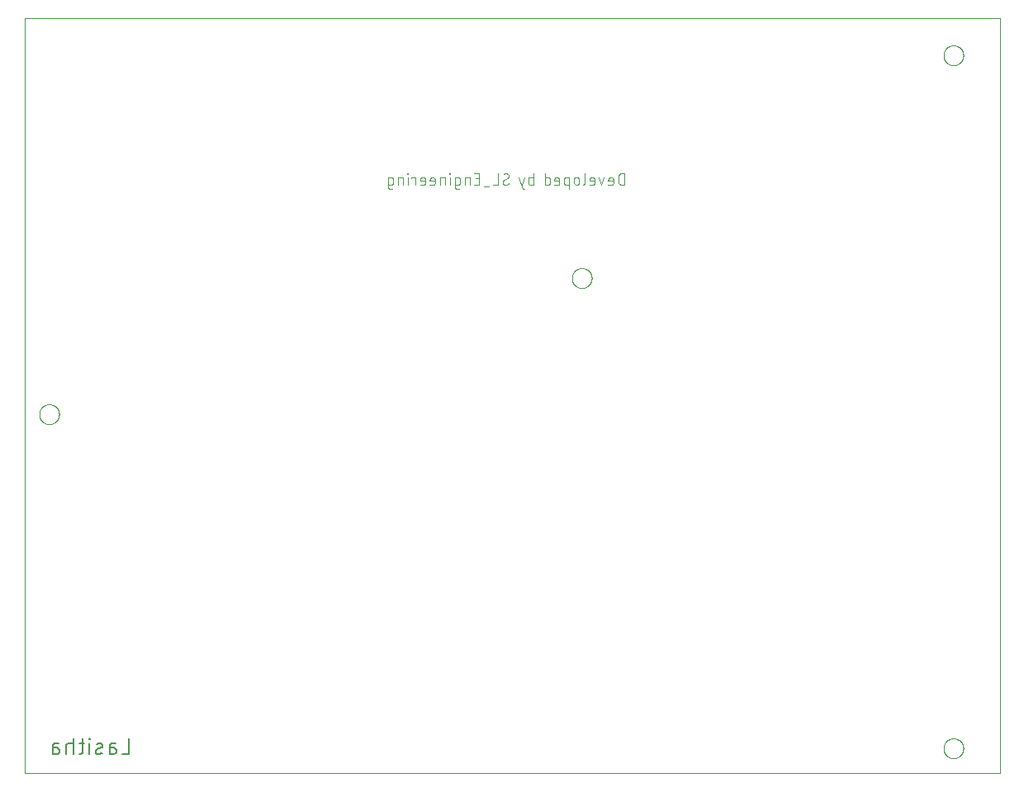
<source format=gbo>
G04 EAGLE Gerber X2 export*
G75*
%MOMM*%
%FSLAX34Y34*%
%LPD*%
%AMOC8*
5,1,8,0,0,1.08239X$1,22.5*%
G01*
%ADD10C,0.000000*%
%ADD11C,0.101600*%
%ADD12C,0.152400*%


D10*
X0Y0D02*
X1000000Y0D01*
X1000000Y774600D01*
X0Y774600D01*
X0Y0D01*
X942340Y736600D02*
X942343Y736849D01*
X942352Y737099D01*
X942368Y737347D01*
X942389Y737596D01*
X942416Y737844D01*
X942450Y738091D01*
X942490Y738337D01*
X942535Y738582D01*
X942587Y738826D01*
X942644Y739069D01*
X942708Y739310D01*
X942777Y739549D01*
X942853Y739787D01*
X942934Y740023D01*
X943021Y740257D01*
X943113Y740488D01*
X943212Y740717D01*
X943315Y740944D01*
X943425Y741168D01*
X943540Y741389D01*
X943660Y741608D01*
X943785Y741823D01*
X943916Y742036D01*
X944052Y742245D01*
X944193Y742450D01*
X944339Y742652D01*
X944490Y742851D01*
X944646Y743045D01*
X944807Y743236D01*
X944972Y743423D01*
X945142Y743606D01*
X945316Y743784D01*
X945494Y743958D01*
X945677Y744128D01*
X945864Y744293D01*
X946055Y744454D01*
X946249Y744610D01*
X946448Y744761D01*
X946650Y744907D01*
X946855Y745048D01*
X947064Y745184D01*
X947277Y745315D01*
X947492Y745440D01*
X947711Y745560D01*
X947932Y745675D01*
X948156Y745785D01*
X948383Y745888D01*
X948612Y745987D01*
X948843Y746079D01*
X949077Y746166D01*
X949313Y746247D01*
X949551Y746323D01*
X949790Y746392D01*
X950031Y746456D01*
X950274Y746513D01*
X950518Y746565D01*
X950763Y746610D01*
X951009Y746650D01*
X951256Y746684D01*
X951504Y746711D01*
X951753Y746732D01*
X952001Y746748D01*
X952251Y746757D01*
X952500Y746760D01*
X952749Y746757D01*
X952999Y746748D01*
X953247Y746732D01*
X953496Y746711D01*
X953744Y746684D01*
X953991Y746650D01*
X954237Y746610D01*
X954482Y746565D01*
X954726Y746513D01*
X954969Y746456D01*
X955210Y746392D01*
X955449Y746323D01*
X955687Y746247D01*
X955923Y746166D01*
X956157Y746079D01*
X956388Y745987D01*
X956617Y745888D01*
X956844Y745785D01*
X957068Y745675D01*
X957289Y745560D01*
X957508Y745440D01*
X957723Y745315D01*
X957936Y745184D01*
X958145Y745048D01*
X958350Y744907D01*
X958552Y744761D01*
X958751Y744610D01*
X958945Y744454D01*
X959136Y744293D01*
X959323Y744128D01*
X959506Y743958D01*
X959684Y743784D01*
X959858Y743606D01*
X960028Y743423D01*
X960193Y743236D01*
X960354Y743045D01*
X960510Y742851D01*
X960661Y742652D01*
X960807Y742450D01*
X960948Y742245D01*
X961084Y742036D01*
X961215Y741823D01*
X961340Y741608D01*
X961460Y741389D01*
X961575Y741168D01*
X961685Y740944D01*
X961788Y740717D01*
X961887Y740488D01*
X961979Y740257D01*
X962066Y740023D01*
X962147Y739787D01*
X962223Y739549D01*
X962292Y739310D01*
X962356Y739069D01*
X962413Y738826D01*
X962465Y738582D01*
X962510Y738337D01*
X962550Y738091D01*
X962584Y737844D01*
X962611Y737596D01*
X962632Y737347D01*
X962648Y737099D01*
X962657Y736849D01*
X962660Y736600D01*
X962657Y736351D01*
X962648Y736101D01*
X962632Y735853D01*
X962611Y735604D01*
X962584Y735356D01*
X962550Y735109D01*
X962510Y734863D01*
X962465Y734618D01*
X962413Y734374D01*
X962356Y734131D01*
X962292Y733890D01*
X962223Y733651D01*
X962147Y733413D01*
X962066Y733177D01*
X961979Y732943D01*
X961887Y732712D01*
X961788Y732483D01*
X961685Y732256D01*
X961575Y732032D01*
X961460Y731811D01*
X961340Y731592D01*
X961215Y731377D01*
X961084Y731164D01*
X960948Y730955D01*
X960807Y730750D01*
X960661Y730548D01*
X960510Y730349D01*
X960354Y730155D01*
X960193Y729964D01*
X960028Y729777D01*
X959858Y729594D01*
X959684Y729416D01*
X959506Y729242D01*
X959323Y729072D01*
X959136Y728907D01*
X958945Y728746D01*
X958751Y728590D01*
X958552Y728439D01*
X958350Y728293D01*
X958145Y728152D01*
X957936Y728016D01*
X957723Y727885D01*
X957508Y727760D01*
X957289Y727640D01*
X957068Y727525D01*
X956844Y727415D01*
X956617Y727312D01*
X956388Y727213D01*
X956157Y727121D01*
X955923Y727034D01*
X955687Y726953D01*
X955449Y726877D01*
X955210Y726808D01*
X954969Y726744D01*
X954726Y726687D01*
X954482Y726635D01*
X954237Y726590D01*
X953991Y726550D01*
X953744Y726516D01*
X953496Y726489D01*
X953247Y726468D01*
X952999Y726452D01*
X952749Y726443D01*
X952500Y726440D01*
X952251Y726443D01*
X952001Y726452D01*
X951753Y726468D01*
X951504Y726489D01*
X951256Y726516D01*
X951009Y726550D01*
X950763Y726590D01*
X950518Y726635D01*
X950274Y726687D01*
X950031Y726744D01*
X949790Y726808D01*
X949551Y726877D01*
X949313Y726953D01*
X949077Y727034D01*
X948843Y727121D01*
X948612Y727213D01*
X948383Y727312D01*
X948156Y727415D01*
X947932Y727525D01*
X947711Y727640D01*
X947492Y727760D01*
X947277Y727885D01*
X947064Y728016D01*
X946855Y728152D01*
X946650Y728293D01*
X946448Y728439D01*
X946249Y728590D01*
X946055Y728746D01*
X945864Y728907D01*
X945677Y729072D01*
X945494Y729242D01*
X945316Y729416D01*
X945142Y729594D01*
X944972Y729777D01*
X944807Y729964D01*
X944646Y730155D01*
X944490Y730349D01*
X944339Y730548D01*
X944193Y730750D01*
X944052Y730955D01*
X943916Y731164D01*
X943785Y731377D01*
X943660Y731592D01*
X943540Y731811D01*
X943425Y732032D01*
X943315Y732256D01*
X943212Y732483D01*
X943113Y732712D01*
X943021Y732943D01*
X942934Y733177D01*
X942853Y733413D01*
X942777Y733651D01*
X942708Y733890D01*
X942644Y734131D01*
X942587Y734374D01*
X942535Y734618D01*
X942490Y734863D01*
X942450Y735109D01*
X942416Y735356D01*
X942389Y735604D01*
X942368Y735853D01*
X942352Y736101D01*
X942343Y736351D01*
X942340Y736600D01*
X15240Y368300D02*
X15243Y368549D01*
X15252Y368799D01*
X15268Y369047D01*
X15289Y369296D01*
X15316Y369544D01*
X15350Y369791D01*
X15390Y370037D01*
X15435Y370282D01*
X15487Y370526D01*
X15544Y370769D01*
X15608Y371010D01*
X15677Y371249D01*
X15753Y371487D01*
X15834Y371723D01*
X15921Y371957D01*
X16013Y372188D01*
X16112Y372417D01*
X16215Y372644D01*
X16325Y372868D01*
X16440Y373089D01*
X16560Y373308D01*
X16685Y373523D01*
X16816Y373736D01*
X16952Y373945D01*
X17093Y374150D01*
X17239Y374352D01*
X17390Y374551D01*
X17546Y374745D01*
X17707Y374936D01*
X17872Y375123D01*
X18042Y375306D01*
X18216Y375484D01*
X18394Y375658D01*
X18577Y375828D01*
X18764Y375993D01*
X18955Y376154D01*
X19149Y376310D01*
X19348Y376461D01*
X19550Y376607D01*
X19755Y376748D01*
X19964Y376884D01*
X20177Y377015D01*
X20392Y377140D01*
X20611Y377260D01*
X20832Y377375D01*
X21056Y377485D01*
X21283Y377588D01*
X21512Y377687D01*
X21743Y377779D01*
X21977Y377866D01*
X22213Y377947D01*
X22451Y378023D01*
X22690Y378092D01*
X22931Y378156D01*
X23174Y378213D01*
X23418Y378265D01*
X23663Y378310D01*
X23909Y378350D01*
X24156Y378384D01*
X24404Y378411D01*
X24653Y378432D01*
X24901Y378448D01*
X25151Y378457D01*
X25400Y378460D01*
X25649Y378457D01*
X25899Y378448D01*
X26147Y378432D01*
X26396Y378411D01*
X26644Y378384D01*
X26891Y378350D01*
X27137Y378310D01*
X27382Y378265D01*
X27626Y378213D01*
X27869Y378156D01*
X28110Y378092D01*
X28349Y378023D01*
X28587Y377947D01*
X28823Y377866D01*
X29057Y377779D01*
X29288Y377687D01*
X29517Y377588D01*
X29744Y377485D01*
X29968Y377375D01*
X30189Y377260D01*
X30408Y377140D01*
X30623Y377015D01*
X30836Y376884D01*
X31045Y376748D01*
X31250Y376607D01*
X31452Y376461D01*
X31651Y376310D01*
X31845Y376154D01*
X32036Y375993D01*
X32223Y375828D01*
X32406Y375658D01*
X32584Y375484D01*
X32758Y375306D01*
X32928Y375123D01*
X33093Y374936D01*
X33254Y374745D01*
X33410Y374551D01*
X33561Y374352D01*
X33707Y374150D01*
X33848Y373945D01*
X33984Y373736D01*
X34115Y373523D01*
X34240Y373308D01*
X34360Y373089D01*
X34475Y372868D01*
X34585Y372644D01*
X34688Y372417D01*
X34787Y372188D01*
X34879Y371957D01*
X34966Y371723D01*
X35047Y371487D01*
X35123Y371249D01*
X35192Y371010D01*
X35256Y370769D01*
X35313Y370526D01*
X35365Y370282D01*
X35410Y370037D01*
X35450Y369791D01*
X35484Y369544D01*
X35511Y369296D01*
X35532Y369047D01*
X35548Y368799D01*
X35557Y368549D01*
X35560Y368300D01*
X35557Y368051D01*
X35548Y367801D01*
X35532Y367553D01*
X35511Y367304D01*
X35484Y367056D01*
X35450Y366809D01*
X35410Y366563D01*
X35365Y366318D01*
X35313Y366074D01*
X35256Y365831D01*
X35192Y365590D01*
X35123Y365351D01*
X35047Y365113D01*
X34966Y364877D01*
X34879Y364643D01*
X34787Y364412D01*
X34688Y364183D01*
X34585Y363956D01*
X34475Y363732D01*
X34360Y363511D01*
X34240Y363292D01*
X34115Y363077D01*
X33984Y362864D01*
X33848Y362655D01*
X33707Y362450D01*
X33561Y362248D01*
X33410Y362049D01*
X33254Y361855D01*
X33093Y361664D01*
X32928Y361477D01*
X32758Y361294D01*
X32584Y361116D01*
X32406Y360942D01*
X32223Y360772D01*
X32036Y360607D01*
X31845Y360446D01*
X31651Y360290D01*
X31452Y360139D01*
X31250Y359993D01*
X31045Y359852D01*
X30836Y359716D01*
X30623Y359585D01*
X30408Y359460D01*
X30189Y359340D01*
X29968Y359225D01*
X29744Y359115D01*
X29517Y359012D01*
X29288Y358913D01*
X29057Y358821D01*
X28823Y358734D01*
X28587Y358653D01*
X28349Y358577D01*
X28110Y358508D01*
X27869Y358444D01*
X27626Y358387D01*
X27382Y358335D01*
X27137Y358290D01*
X26891Y358250D01*
X26644Y358216D01*
X26396Y358189D01*
X26147Y358168D01*
X25899Y358152D01*
X25649Y358143D01*
X25400Y358140D01*
X25151Y358143D01*
X24901Y358152D01*
X24653Y358168D01*
X24404Y358189D01*
X24156Y358216D01*
X23909Y358250D01*
X23663Y358290D01*
X23418Y358335D01*
X23174Y358387D01*
X22931Y358444D01*
X22690Y358508D01*
X22451Y358577D01*
X22213Y358653D01*
X21977Y358734D01*
X21743Y358821D01*
X21512Y358913D01*
X21283Y359012D01*
X21056Y359115D01*
X20832Y359225D01*
X20611Y359340D01*
X20392Y359460D01*
X20177Y359585D01*
X19964Y359716D01*
X19755Y359852D01*
X19550Y359993D01*
X19348Y360139D01*
X19149Y360290D01*
X18955Y360446D01*
X18764Y360607D01*
X18577Y360772D01*
X18394Y360942D01*
X18216Y361116D01*
X18042Y361294D01*
X17872Y361477D01*
X17707Y361664D01*
X17546Y361855D01*
X17390Y362049D01*
X17239Y362248D01*
X17093Y362450D01*
X16952Y362655D01*
X16816Y362864D01*
X16685Y363077D01*
X16560Y363292D01*
X16440Y363511D01*
X16325Y363732D01*
X16215Y363956D01*
X16112Y364183D01*
X16013Y364412D01*
X15921Y364643D01*
X15834Y364877D01*
X15753Y365113D01*
X15677Y365351D01*
X15608Y365590D01*
X15544Y365831D01*
X15487Y366074D01*
X15435Y366318D01*
X15390Y366563D01*
X15350Y366809D01*
X15316Y367056D01*
X15289Y367304D01*
X15268Y367553D01*
X15252Y367801D01*
X15243Y368051D01*
X15240Y368300D01*
X942340Y25400D02*
X942343Y25649D01*
X942352Y25899D01*
X942368Y26147D01*
X942389Y26396D01*
X942416Y26644D01*
X942450Y26891D01*
X942490Y27137D01*
X942535Y27382D01*
X942587Y27626D01*
X942644Y27869D01*
X942708Y28110D01*
X942777Y28349D01*
X942853Y28587D01*
X942934Y28823D01*
X943021Y29057D01*
X943113Y29288D01*
X943212Y29517D01*
X943315Y29744D01*
X943425Y29968D01*
X943540Y30189D01*
X943660Y30408D01*
X943785Y30623D01*
X943916Y30836D01*
X944052Y31045D01*
X944193Y31250D01*
X944339Y31452D01*
X944490Y31651D01*
X944646Y31845D01*
X944807Y32036D01*
X944972Y32223D01*
X945142Y32406D01*
X945316Y32584D01*
X945494Y32758D01*
X945677Y32928D01*
X945864Y33093D01*
X946055Y33254D01*
X946249Y33410D01*
X946448Y33561D01*
X946650Y33707D01*
X946855Y33848D01*
X947064Y33984D01*
X947277Y34115D01*
X947492Y34240D01*
X947711Y34360D01*
X947932Y34475D01*
X948156Y34585D01*
X948383Y34688D01*
X948612Y34787D01*
X948843Y34879D01*
X949077Y34966D01*
X949313Y35047D01*
X949551Y35123D01*
X949790Y35192D01*
X950031Y35256D01*
X950274Y35313D01*
X950518Y35365D01*
X950763Y35410D01*
X951009Y35450D01*
X951256Y35484D01*
X951504Y35511D01*
X951753Y35532D01*
X952001Y35548D01*
X952251Y35557D01*
X952500Y35560D01*
X952749Y35557D01*
X952999Y35548D01*
X953247Y35532D01*
X953496Y35511D01*
X953744Y35484D01*
X953991Y35450D01*
X954237Y35410D01*
X954482Y35365D01*
X954726Y35313D01*
X954969Y35256D01*
X955210Y35192D01*
X955449Y35123D01*
X955687Y35047D01*
X955923Y34966D01*
X956157Y34879D01*
X956388Y34787D01*
X956617Y34688D01*
X956844Y34585D01*
X957068Y34475D01*
X957289Y34360D01*
X957508Y34240D01*
X957723Y34115D01*
X957936Y33984D01*
X958145Y33848D01*
X958350Y33707D01*
X958552Y33561D01*
X958751Y33410D01*
X958945Y33254D01*
X959136Y33093D01*
X959323Y32928D01*
X959506Y32758D01*
X959684Y32584D01*
X959858Y32406D01*
X960028Y32223D01*
X960193Y32036D01*
X960354Y31845D01*
X960510Y31651D01*
X960661Y31452D01*
X960807Y31250D01*
X960948Y31045D01*
X961084Y30836D01*
X961215Y30623D01*
X961340Y30408D01*
X961460Y30189D01*
X961575Y29968D01*
X961685Y29744D01*
X961788Y29517D01*
X961887Y29288D01*
X961979Y29057D01*
X962066Y28823D01*
X962147Y28587D01*
X962223Y28349D01*
X962292Y28110D01*
X962356Y27869D01*
X962413Y27626D01*
X962465Y27382D01*
X962510Y27137D01*
X962550Y26891D01*
X962584Y26644D01*
X962611Y26396D01*
X962632Y26147D01*
X962648Y25899D01*
X962657Y25649D01*
X962660Y25400D01*
X962657Y25151D01*
X962648Y24901D01*
X962632Y24653D01*
X962611Y24404D01*
X962584Y24156D01*
X962550Y23909D01*
X962510Y23663D01*
X962465Y23418D01*
X962413Y23174D01*
X962356Y22931D01*
X962292Y22690D01*
X962223Y22451D01*
X962147Y22213D01*
X962066Y21977D01*
X961979Y21743D01*
X961887Y21512D01*
X961788Y21283D01*
X961685Y21056D01*
X961575Y20832D01*
X961460Y20611D01*
X961340Y20392D01*
X961215Y20177D01*
X961084Y19964D01*
X960948Y19755D01*
X960807Y19550D01*
X960661Y19348D01*
X960510Y19149D01*
X960354Y18955D01*
X960193Y18764D01*
X960028Y18577D01*
X959858Y18394D01*
X959684Y18216D01*
X959506Y18042D01*
X959323Y17872D01*
X959136Y17707D01*
X958945Y17546D01*
X958751Y17390D01*
X958552Y17239D01*
X958350Y17093D01*
X958145Y16952D01*
X957936Y16816D01*
X957723Y16685D01*
X957508Y16560D01*
X957289Y16440D01*
X957068Y16325D01*
X956844Y16215D01*
X956617Y16112D01*
X956388Y16013D01*
X956157Y15921D01*
X955923Y15834D01*
X955687Y15753D01*
X955449Y15677D01*
X955210Y15608D01*
X954969Y15544D01*
X954726Y15487D01*
X954482Y15435D01*
X954237Y15390D01*
X953991Y15350D01*
X953744Y15316D01*
X953496Y15289D01*
X953247Y15268D01*
X952999Y15252D01*
X952749Y15243D01*
X952500Y15240D01*
X952251Y15243D01*
X952001Y15252D01*
X951753Y15268D01*
X951504Y15289D01*
X951256Y15316D01*
X951009Y15350D01*
X950763Y15390D01*
X950518Y15435D01*
X950274Y15487D01*
X950031Y15544D01*
X949790Y15608D01*
X949551Y15677D01*
X949313Y15753D01*
X949077Y15834D01*
X948843Y15921D01*
X948612Y16013D01*
X948383Y16112D01*
X948156Y16215D01*
X947932Y16325D01*
X947711Y16440D01*
X947492Y16560D01*
X947277Y16685D01*
X947064Y16816D01*
X946855Y16952D01*
X946650Y17093D01*
X946448Y17239D01*
X946249Y17390D01*
X946055Y17546D01*
X945864Y17707D01*
X945677Y17872D01*
X945494Y18042D01*
X945316Y18216D01*
X945142Y18394D01*
X944972Y18577D01*
X944807Y18764D01*
X944646Y18955D01*
X944490Y19149D01*
X944339Y19348D01*
X944193Y19550D01*
X944052Y19755D01*
X943916Y19964D01*
X943785Y20177D01*
X943660Y20392D01*
X943540Y20611D01*
X943425Y20832D01*
X943315Y21056D01*
X943212Y21283D01*
X943113Y21512D01*
X943021Y21743D01*
X942934Y21977D01*
X942853Y22213D01*
X942777Y22451D01*
X942708Y22690D01*
X942644Y22931D01*
X942587Y23174D01*
X942535Y23418D01*
X942490Y23663D01*
X942450Y23909D01*
X942416Y24156D01*
X942389Y24404D01*
X942368Y24653D01*
X942352Y24901D01*
X942343Y25151D01*
X942340Y25400D01*
X561340Y508000D02*
X561343Y508249D01*
X561352Y508499D01*
X561368Y508747D01*
X561389Y508996D01*
X561416Y509244D01*
X561450Y509491D01*
X561490Y509737D01*
X561535Y509982D01*
X561587Y510226D01*
X561644Y510469D01*
X561708Y510710D01*
X561777Y510949D01*
X561853Y511187D01*
X561934Y511423D01*
X562021Y511657D01*
X562113Y511888D01*
X562212Y512117D01*
X562315Y512344D01*
X562425Y512568D01*
X562540Y512789D01*
X562660Y513008D01*
X562785Y513223D01*
X562916Y513436D01*
X563052Y513645D01*
X563193Y513850D01*
X563339Y514052D01*
X563490Y514251D01*
X563646Y514445D01*
X563807Y514636D01*
X563972Y514823D01*
X564142Y515006D01*
X564316Y515184D01*
X564494Y515358D01*
X564677Y515528D01*
X564864Y515693D01*
X565055Y515854D01*
X565249Y516010D01*
X565448Y516161D01*
X565650Y516307D01*
X565855Y516448D01*
X566064Y516584D01*
X566277Y516715D01*
X566492Y516840D01*
X566711Y516960D01*
X566932Y517075D01*
X567156Y517185D01*
X567383Y517288D01*
X567612Y517387D01*
X567843Y517479D01*
X568077Y517566D01*
X568313Y517647D01*
X568551Y517723D01*
X568790Y517792D01*
X569031Y517856D01*
X569274Y517913D01*
X569518Y517965D01*
X569763Y518010D01*
X570009Y518050D01*
X570256Y518084D01*
X570504Y518111D01*
X570753Y518132D01*
X571001Y518148D01*
X571251Y518157D01*
X571500Y518160D01*
X571749Y518157D01*
X571999Y518148D01*
X572247Y518132D01*
X572496Y518111D01*
X572744Y518084D01*
X572991Y518050D01*
X573237Y518010D01*
X573482Y517965D01*
X573726Y517913D01*
X573969Y517856D01*
X574210Y517792D01*
X574449Y517723D01*
X574687Y517647D01*
X574923Y517566D01*
X575157Y517479D01*
X575388Y517387D01*
X575617Y517288D01*
X575844Y517185D01*
X576068Y517075D01*
X576289Y516960D01*
X576508Y516840D01*
X576723Y516715D01*
X576936Y516584D01*
X577145Y516448D01*
X577350Y516307D01*
X577552Y516161D01*
X577751Y516010D01*
X577945Y515854D01*
X578136Y515693D01*
X578323Y515528D01*
X578506Y515358D01*
X578684Y515184D01*
X578858Y515006D01*
X579028Y514823D01*
X579193Y514636D01*
X579354Y514445D01*
X579510Y514251D01*
X579661Y514052D01*
X579807Y513850D01*
X579948Y513645D01*
X580084Y513436D01*
X580215Y513223D01*
X580340Y513008D01*
X580460Y512789D01*
X580575Y512568D01*
X580685Y512344D01*
X580788Y512117D01*
X580887Y511888D01*
X580979Y511657D01*
X581066Y511423D01*
X581147Y511187D01*
X581223Y510949D01*
X581292Y510710D01*
X581356Y510469D01*
X581413Y510226D01*
X581465Y509982D01*
X581510Y509737D01*
X581550Y509491D01*
X581584Y509244D01*
X581611Y508996D01*
X581632Y508747D01*
X581648Y508499D01*
X581657Y508249D01*
X581660Y508000D01*
X581657Y507751D01*
X581648Y507501D01*
X581632Y507253D01*
X581611Y507004D01*
X581584Y506756D01*
X581550Y506509D01*
X581510Y506263D01*
X581465Y506018D01*
X581413Y505774D01*
X581356Y505531D01*
X581292Y505290D01*
X581223Y505051D01*
X581147Y504813D01*
X581066Y504577D01*
X580979Y504343D01*
X580887Y504112D01*
X580788Y503883D01*
X580685Y503656D01*
X580575Y503432D01*
X580460Y503211D01*
X580340Y502992D01*
X580215Y502777D01*
X580084Y502564D01*
X579948Y502355D01*
X579807Y502150D01*
X579661Y501948D01*
X579510Y501749D01*
X579354Y501555D01*
X579193Y501364D01*
X579028Y501177D01*
X578858Y500994D01*
X578684Y500816D01*
X578506Y500642D01*
X578323Y500472D01*
X578136Y500307D01*
X577945Y500146D01*
X577751Y499990D01*
X577552Y499839D01*
X577350Y499693D01*
X577145Y499552D01*
X576936Y499416D01*
X576723Y499285D01*
X576508Y499160D01*
X576289Y499040D01*
X576068Y498925D01*
X575844Y498815D01*
X575617Y498712D01*
X575388Y498613D01*
X575157Y498521D01*
X574923Y498434D01*
X574687Y498353D01*
X574449Y498277D01*
X574210Y498208D01*
X573969Y498144D01*
X573726Y498087D01*
X573482Y498035D01*
X573237Y497990D01*
X572991Y497950D01*
X572744Y497916D01*
X572496Y497889D01*
X572247Y497868D01*
X571999Y497852D01*
X571749Y497843D01*
X571500Y497840D01*
X571251Y497843D01*
X571001Y497852D01*
X570753Y497868D01*
X570504Y497889D01*
X570256Y497916D01*
X570009Y497950D01*
X569763Y497990D01*
X569518Y498035D01*
X569274Y498087D01*
X569031Y498144D01*
X568790Y498208D01*
X568551Y498277D01*
X568313Y498353D01*
X568077Y498434D01*
X567843Y498521D01*
X567612Y498613D01*
X567383Y498712D01*
X567156Y498815D01*
X566932Y498925D01*
X566711Y499040D01*
X566492Y499160D01*
X566277Y499285D01*
X566064Y499416D01*
X565855Y499552D01*
X565650Y499693D01*
X565448Y499839D01*
X565249Y499990D01*
X565055Y500146D01*
X564864Y500307D01*
X564677Y500472D01*
X564494Y500642D01*
X564316Y500816D01*
X564142Y500994D01*
X563972Y501177D01*
X563807Y501364D01*
X563646Y501555D01*
X563490Y501749D01*
X563339Y501948D01*
X563193Y502150D01*
X563052Y502355D01*
X562916Y502564D01*
X562785Y502777D01*
X562660Y502992D01*
X562540Y503211D01*
X562425Y503432D01*
X562315Y503656D01*
X562212Y503883D01*
X562113Y504112D01*
X562021Y504343D01*
X561934Y504577D01*
X561853Y504813D01*
X561777Y505051D01*
X561708Y505290D01*
X561644Y505531D01*
X561587Y505774D01*
X561535Y506018D01*
X561490Y506263D01*
X561450Y506509D01*
X561416Y506756D01*
X561389Y507004D01*
X561368Y507253D01*
X561352Y507501D01*
X561343Y507751D01*
X561340Y508000D01*
D11*
X615442Y603758D02*
X615442Y615442D01*
X612196Y615442D01*
X612083Y615440D01*
X611970Y615434D01*
X611857Y615424D01*
X611744Y615410D01*
X611632Y615393D01*
X611521Y615371D01*
X611411Y615346D01*
X611301Y615316D01*
X611193Y615283D01*
X611086Y615246D01*
X610980Y615206D01*
X610876Y615161D01*
X610773Y615113D01*
X610672Y615062D01*
X610573Y615007D01*
X610476Y614949D01*
X610381Y614887D01*
X610288Y614822D01*
X610198Y614754D01*
X610110Y614683D01*
X610024Y614608D01*
X609941Y614531D01*
X609861Y614451D01*
X609784Y614368D01*
X609709Y614282D01*
X609638Y614194D01*
X609570Y614104D01*
X609505Y614011D01*
X609443Y613916D01*
X609385Y613819D01*
X609330Y613720D01*
X609279Y613619D01*
X609231Y613516D01*
X609186Y613412D01*
X609146Y613306D01*
X609109Y613199D01*
X609076Y613091D01*
X609046Y612981D01*
X609021Y612871D01*
X608999Y612760D01*
X608982Y612648D01*
X608968Y612535D01*
X608958Y612422D01*
X608952Y612309D01*
X608950Y612196D01*
X608951Y612196D02*
X608951Y607004D01*
X608950Y607004D02*
X608952Y606891D01*
X608958Y606778D01*
X608968Y606665D01*
X608982Y606552D01*
X608999Y606440D01*
X609021Y606329D01*
X609046Y606219D01*
X609076Y606109D01*
X609109Y606001D01*
X609146Y605894D01*
X609186Y605788D01*
X609231Y605684D01*
X609279Y605581D01*
X609330Y605480D01*
X609385Y605381D01*
X609443Y605284D01*
X609505Y605189D01*
X609570Y605096D01*
X609638Y605006D01*
X609709Y604918D01*
X609784Y604832D01*
X609861Y604749D01*
X609941Y604669D01*
X610024Y604592D01*
X610110Y604517D01*
X610198Y604446D01*
X610288Y604378D01*
X610381Y604313D01*
X610476Y604251D01*
X610573Y604193D01*
X610672Y604138D01*
X610773Y604087D01*
X610876Y604039D01*
X610980Y603994D01*
X611086Y603954D01*
X611193Y603917D01*
X611301Y603884D01*
X611411Y603854D01*
X611521Y603829D01*
X611632Y603807D01*
X611744Y603790D01*
X611857Y603776D01*
X611970Y603766D01*
X612083Y603760D01*
X612196Y603758D01*
X615442Y603758D01*
X601797Y603758D02*
X598551Y603758D01*
X601797Y603758D02*
X601884Y603760D01*
X601972Y603766D01*
X602058Y603776D01*
X602145Y603789D01*
X602230Y603807D01*
X602315Y603828D01*
X602399Y603853D01*
X602481Y603882D01*
X602562Y603915D01*
X602642Y603951D01*
X602720Y603990D01*
X602796Y604034D01*
X602870Y604080D01*
X602941Y604130D01*
X603011Y604183D01*
X603078Y604239D01*
X603142Y604298D01*
X603204Y604360D01*
X603263Y604424D01*
X603319Y604491D01*
X603372Y604561D01*
X603422Y604632D01*
X603468Y604706D01*
X603512Y604782D01*
X603551Y604860D01*
X603587Y604940D01*
X603620Y605021D01*
X603649Y605103D01*
X603674Y605187D01*
X603695Y605272D01*
X603713Y605357D01*
X603726Y605444D01*
X603736Y605530D01*
X603742Y605618D01*
X603744Y605705D01*
X603744Y608951D01*
X603743Y608951D02*
X603741Y609052D01*
X603735Y609152D01*
X603725Y609252D01*
X603712Y609352D01*
X603694Y609451D01*
X603673Y609550D01*
X603648Y609647D01*
X603619Y609744D01*
X603586Y609839D01*
X603550Y609933D01*
X603510Y610025D01*
X603467Y610116D01*
X603420Y610205D01*
X603370Y610292D01*
X603316Y610378D01*
X603259Y610461D01*
X603199Y610541D01*
X603136Y610620D01*
X603069Y610696D01*
X603000Y610769D01*
X602928Y610839D01*
X602854Y610907D01*
X602777Y610972D01*
X602697Y611033D01*
X602615Y611092D01*
X602531Y611147D01*
X602445Y611199D01*
X602357Y611248D01*
X602267Y611293D01*
X602175Y611335D01*
X602082Y611373D01*
X601987Y611407D01*
X601892Y611438D01*
X601795Y611465D01*
X601697Y611488D01*
X601598Y611508D01*
X601498Y611523D01*
X601398Y611535D01*
X601298Y611543D01*
X601197Y611547D01*
X601097Y611547D01*
X600996Y611543D01*
X600896Y611535D01*
X600796Y611523D01*
X600696Y611508D01*
X600597Y611488D01*
X600499Y611465D01*
X600402Y611438D01*
X600307Y611407D01*
X600212Y611373D01*
X600119Y611335D01*
X600027Y611293D01*
X599937Y611248D01*
X599849Y611199D01*
X599763Y611147D01*
X599679Y611092D01*
X599597Y611033D01*
X599517Y610972D01*
X599440Y610907D01*
X599366Y610839D01*
X599294Y610769D01*
X599225Y610696D01*
X599158Y610620D01*
X599095Y610541D01*
X599035Y610461D01*
X598978Y610378D01*
X598924Y610292D01*
X598874Y610205D01*
X598827Y610116D01*
X598784Y610025D01*
X598744Y609933D01*
X598708Y609839D01*
X598675Y609744D01*
X598646Y609647D01*
X598621Y609550D01*
X598600Y609451D01*
X598582Y609352D01*
X598569Y609252D01*
X598559Y609152D01*
X598553Y609052D01*
X598551Y608951D01*
X598551Y607653D01*
X603744Y607653D01*
X594219Y611547D02*
X591622Y603758D01*
X589026Y611547D01*
X582747Y603758D02*
X579501Y603758D01*
X582747Y603758D02*
X582834Y603760D01*
X582922Y603766D01*
X583008Y603776D01*
X583095Y603789D01*
X583180Y603807D01*
X583265Y603828D01*
X583349Y603853D01*
X583431Y603882D01*
X583512Y603915D01*
X583592Y603951D01*
X583670Y603990D01*
X583746Y604034D01*
X583820Y604080D01*
X583891Y604130D01*
X583961Y604183D01*
X584028Y604239D01*
X584092Y604298D01*
X584154Y604360D01*
X584213Y604424D01*
X584269Y604491D01*
X584322Y604561D01*
X584372Y604632D01*
X584418Y604706D01*
X584462Y604782D01*
X584501Y604860D01*
X584537Y604940D01*
X584570Y605021D01*
X584599Y605103D01*
X584624Y605187D01*
X584645Y605272D01*
X584663Y605357D01*
X584676Y605444D01*
X584686Y605530D01*
X584692Y605618D01*
X584694Y605705D01*
X584694Y608951D01*
X584693Y608951D02*
X584691Y609052D01*
X584685Y609152D01*
X584675Y609252D01*
X584662Y609352D01*
X584644Y609451D01*
X584623Y609550D01*
X584598Y609647D01*
X584569Y609744D01*
X584536Y609839D01*
X584500Y609933D01*
X584460Y610025D01*
X584417Y610116D01*
X584370Y610205D01*
X584320Y610292D01*
X584266Y610378D01*
X584209Y610461D01*
X584149Y610541D01*
X584086Y610620D01*
X584019Y610696D01*
X583950Y610769D01*
X583878Y610839D01*
X583804Y610907D01*
X583727Y610972D01*
X583647Y611033D01*
X583565Y611092D01*
X583481Y611147D01*
X583395Y611199D01*
X583307Y611248D01*
X583217Y611293D01*
X583125Y611335D01*
X583032Y611373D01*
X582937Y611407D01*
X582842Y611438D01*
X582745Y611465D01*
X582647Y611488D01*
X582548Y611508D01*
X582448Y611523D01*
X582348Y611535D01*
X582248Y611543D01*
X582147Y611547D01*
X582047Y611547D01*
X581946Y611543D01*
X581846Y611535D01*
X581746Y611523D01*
X581646Y611508D01*
X581547Y611488D01*
X581449Y611465D01*
X581352Y611438D01*
X581257Y611407D01*
X581162Y611373D01*
X581069Y611335D01*
X580977Y611293D01*
X580887Y611248D01*
X580799Y611199D01*
X580713Y611147D01*
X580629Y611092D01*
X580547Y611033D01*
X580467Y610972D01*
X580390Y610907D01*
X580316Y610839D01*
X580244Y610769D01*
X580175Y610696D01*
X580108Y610620D01*
X580045Y610541D01*
X579985Y610461D01*
X579928Y610378D01*
X579874Y610292D01*
X579824Y610205D01*
X579777Y610116D01*
X579734Y610025D01*
X579694Y609933D01*
X579658Y609839D01*
X579625Y609744D01*
X579596Y609647D01*
X579571Y609550D01*
X579550Y609451D01*
X579532Y609352D01*
X579519Y609252D01*
X579509Y609152D01*
X579503Y609052D01*
X579501Y608951D01*
X579501Y607653D01*
X584694Y607653D01*
X574638Y605705D02*
X574638Y615442D01*
X574638Y605705D02*
X574636Y605618D01*
X574630Y605530D01*
X574620Y605444D01*
X574607Y605357D01*
X574589Y605272D01*
X574568Y605187D01*
X574543Y605103D01*
X574514Y605021D01*
X574481Y604940D01*
X574445Y604860D01*
X574406Y604782D01*
X574362Y604706D01*
X574316Y604632D01*
X574266Y604561D01*
X574213Y604491D01*
X574157Y604424D01*
X574098Y604360D01*
X574036Y604298D01*
X573972Y604239D01*
X573905Y604183D01*
X573835Y604130D01*
X573764Y604080D01*
X573690Y604034D01*
X573614Y603990D01*
X573536Y603951D01*
X573456Y603915D01*
X573375Y603882D01*
X573293Y603853D01*
X573209Y603828D01*
X573124Y603807D01*
X573039Y603789D01*
X572952Y603776D01*
X572866Y603766D01*
X572778Y603760D01*
X572691Y603758D01*
X568692Y606354D02*
X568692Y608951D01*
X568690Y609052D01*
X568684Y609152D01*
X568674Y609252D01*
X568661Y609352D01*
X568643Y609451D01*
X568622Y609550D01*
X568597Y609647D01*
X568568Y609744D01*
X568535Y609839D01*
X568499Y609933D01*
X568459Y610025D01*
X568416Y610116D01*
X568369Y610205D01*
X568319Y610292D01*
X568265Y610378D01*
X568208Y610461D01*
X568148Y610541D01*
X568085Y610620D01*
X568018Y610696D01*
X567949Y610769D01*
X567877Y610839D01*
X567803Y610907D01*
X567726Y610972D01*
X567646Y611033D01*
X567564Y611092D01*
X567480Y611147D01*
X567394Y611199D01*
X567306Y611248D01*
X567216Y611293D01*
X567124Y611335D01*
X567031Y611373D01*
X566936Y611407D01*
X566841Y611438D01*
X566744Y611465D01*
X566646Y611488D01*
X566547Y611508D01*
X566447Y611523D01*
X566347Y611535D01*
X566247Y611543D01*
X566146Y611547D01*
X566046Y611547D01*
X565945Y611543D01*
X565845Y611535D01*
X565745Y611523D01*
X565645Y611508D01*
X565546Y611488D01*
X565448Y611465D01*
X565351Y611438D01*
X565256Y611407D01*
X565161Y611373D01*
X565068Y611335D01*
X564976Y611293D01*
X564886Y611248D01*
X564798Y611199D01*
X564712Y611147D01*
X564628Y611092D01*
X564546Y611033D01*
X564466Y610972D01*
X564389Y610907D01*
X564315Y610839D01*
X564243Y610769D01*
X564174Y610696D01*
X564107Y610620D01*
X564044Y610541D01*
X563984Y610461D01*
X563927Y610378D01*
X563873Y610292D01*
X563823Y610205D01*
X563776Y610116D01*
X563733Y610025D01*
X563693Y609933D01*
X563657Y609839D01*
X563624Y609744D01*
X563595Y609647D01*
X563570Y609550D01*
X563549Y609451D01*
X563531Y609352D01*
X563518Y609252D01*
X563508Y609152D01*
X563502Y609052D01*
X563500Y608951D01*
X563499Y608951D02*
X563499Y606354D01*
X563500Y606354D02*
X563502Y606253D01*
X563508Y606153D01*
X563518Y606053D01*
X563531Y605953D01*
X563549Y605854D01*
X563570Y605755D01*
X563595Y605658D01*
X563624Y605561D01*
X563657Y605466D01*
X563693Y605372D01*
X563733Y605280D01*
X563776Y605189D01*
X563823Y605100D01*
X563873Y605013D01*
X563927Y604927D01*
X563984Y604844D01*
X564044Y604764D01*
X564107Y604685D01*
X564174Y604609D01*
X564243Y604536D01*
X564315Y604466D01*
X564389Y604398D01*
X564466Y604333D01*
X564546Y604272D01*
X564628Y604213D01*
X564712Y604158D01*
X564798Y604106D01*
X564886Y604057D01*
X564976Y604012D01*
X565068Y603970D01*
X565161Y603932D01*
X565256Y603898D01*
X565351Y603867D01*
X565448Y603840D01*
X565546Y603817D01*
X565645Y603797D01*
X565745Y603782D01*
X565845Y603770D01*
X565945Y603762D01*
X566046Y603758D01*
X566146Y603758D01*
X566247Y603762D01*
X566347Y603770D01*
X566447Y603782D01*
X566547Y603797D01*
X566646Y603817D01*
X566744Y603840D01*
X566841Y603867D01*
X566936Y603898D01*
X567031Y603932D01*
X567124Y603970D01*
X567216Y604012D01*
X567306Y604057D01*
X567394Y604106D01*
X567480Y604158D01*
X567564Y604213D01*
X567646Y604272D01*
X567726Y604333D01*
X567803Y604398D01*
X567877Y604466D01*
X567949Y604536D01*
X568018Y604609D01*
X568085Y604685D01*
X568148Y604764D01*
X568208Y604844D01*
X568265Y604927D01*
X568319Y605013D01*
X568369Y605100D01*
X568416Y605189D01*
X568459Y605280D01*
X568499Y605372D01*
X568535Y605466D01*
X568568Y605561D01*
X568597Y605658D01*
X568622Y605755D01*
X568643Y605854D01*
X568661Y605953D01*
X568674Y606053D01*
X568684Y606153D01*
X568690Y606253D01*
X568692Y606354D01*
X558346Y611547D02*
X558346Y599863D01*
X558346Y611547D02*
X555101Y611547D01*
X555014Y611545D01*
X554926Y611539D01*
X554840Y611529D01*
X554753Y611516D01*
X554668Y611498D01*
X554583Y611477D01*
X554499Y611452D01*
X554417Y611423D01*
X554336Y611390D01*
X554256Y611354D01*
X554178Y611315D01*
X554102Y611271D01*
X554028Y611225D01*
X553957Y611175D01*
X553887Y611122D01*
X553820Y611066D01*
X553756Y611007D01*
X553694Y610946D01*
X553635Y610881D01*
X553579Y610814D01*
X553526Y610744D01*
X553476Y610673D01*
X553430Y610599D01*
X553387Y610523D01*
X553347Y610445D01*
X553311Y610365D01*
X553278Y610284D01*
X553249Y610202D01*
X553224Y610118D01*
X553203Y610033D01*
X553185Y609948D01*
X553172Y609861D01*
X553162Y609775D01*
X553156Y609687D01*
X553154Y609600D01*
X553153Y609600D02*
X553153Y605705D01*
X553154Y605705D02*
X553156Y605618D01*
X553162Y605530D01*
X553172Y605444D01*
X553185Y605357D01*
X553203Y605272D01*
X553224Y605187D01*
X553249Y605103D01*
X553278Y605021D01*
X553311Y604940D01*
X553347Y604860D01*
X553386Y604782D01*
X553430Y604706D01*
X553476Y604632D01*
X553526Y604561D01*
X553579Y604491D01*
X553635Y604424D01*
X553694Y604359D01*
X553756Y604298D01*
X553820Y604239D01*
X553887Y604183D01*
X553957Y604130D01*
X554028Y604080D01*
X554102Y604034D01*
X554178Y603990D01*
X554256Y603951D01*
X554336Y603915D01*
X554417Y603882D01*
X554499Y603853D01*
X554583Y603828D01*
X554668Y603807D01*
X554753Y603789D01*
X554840Y603776D01*
X554927Y603766D01*
X555014Y603760D01*
X555101Y603758D01*
X558346Y603758D01*
X546552Y603758D02*
X543306Y603758D01*
X546552Y603758D02*
X546639Y603760D01*
X546727Y603766D01*
X546813Y603776D01*
X546900Y603789D01*
X546985Y603807D01*
X547070Y603828D01*
X547154Y603853D01*
X547236Y603882D01*
X547317Y603915D01*
X547397Y603951D01*
X547475Y603990D01*
X547551Y604034D01*
X547625Y604080D01*
X547696Y604130D01*
X547766Y604183D01*
X547833Y604239D01*
X547897Y604298D01*
X547959Y604360D01*
X548018Y604424D01*
X548074Y604491D01*
X548127Y604561D01*
X548177Y604632D01*
X548223Y604706D01*
X548267Y604782D01*
X548306Y604860D01*
X548342Y604940D01*
X548375Y605021D01*
X548404Y605103D01*
X548429Y605187D01*
X548450Y605272D01*
X548468Y605357D01*
X548481Y605444D01*
X548491Y605530D01*
X548497Y605618D01*
X548499Y605705D01*
X548499Y608951D01*
X548497Y609052D01*
X548491Y609152D01*
X548481Y609252D01*
X548468Y609352D01*
X548450Y609451D01*
X548429Y609550D01*
X548404Y609647D01*
X548375Y609744D01*
X548342Y609839D01*
X548306Y609933D01*
X548266Y610025D01*
X548223Y610116D01*
X548176Y610205D01*
X548126Y610292D01*
X548072Y610378D01*
X548015Y610461D01*
X547955Y610541D01*
X547892Y610620D01*
X547825Y610696D01*
X547756Y610769D01*
X547684Y610839D01*
X547610Y610907D01*
X547533Y610972D01*
X547453Y611033D01*
X547371Y611092D01*
X547287Y611147D01*
X547201Y611199D01*
X547113Y611248D01*
X547023Y611293D01*
X546931Y611335D01*
X546838Y611373D01*
X546743Y611407D01*
X546648Y611438D01*
X546551Y611465D01*
X546453Y611488D01*
X546354Y611508D01*
X546254Y611523D01*
X546154Y611535D01*
X546054Y611543D01*
X545953Y611547D01*
X545853Y611547D01*
X545752Y611543D01*
X545652Y611535D01*
X545552Y611523D01*
X545452Y611508D01*
X545353Y611488D01*
X545255Y611465D01*
X545158Y611438D01*
X545063Y611407D01*
X544968Y611373D01*
X544875Y611335D01*
X544783Y611293D01*
X544693Y611248D01*
X544605Y611199D01*
X544519Y611147D01*
X544435Y611092D01*
X544353Y611033D01*
X544273Y610972D01*
X544196Y610907D01*
X544122Y610839D01*
X544050Y610769D01*
X543981Y610696D01*
X543914Y610620D01*
X543851Y610541D01*
X543791Y610461D01*
X543734Y610378D01*
X543680Y610292D01*
X543630Y610205D01*
X543583Y610116D01*
X543540Y610025D01*
X543500Y609933D01*
X543464Y609839D01*
X543431Y609744D01*
X543402Y609647D01*
X543377Y609550D01*
X543356Y609451D01*
X543338Y609352D01*
X543325Y609252D01*
X543315Y609152D01*
X543309Y609052D01*
X543307Y608951D01*
X543306Y608951D02*
X543306Y607653D01*
X548499Y607653D01*
X533459Y603758D02*
X533459Y615442D01*
X533459Y603758D02*
X536705Y603758D01*
X536792Y603760D01*
X536880Y603766D01*
X536966Y603776D01*
X537053Y603789D01*
X537138Y603807D01*
X537223Y603828D01*
X537307Y603853D01*
X537389Y603882D01*
X537470Y603915D01*
X537550Y603951D01*
X537628Y603990D01*
X537704Y604034D01*
X537778Y604080D01*
X537849Y604130D01*
X537919Y604183D01*
X537986Y604239D01*
X538050Y604298D01*
X538112Y604360D01*
X538171Y604424D01*
X538227Y604491D01*
X538280Y604561D01*
X538330Y604632D01*
X538376Y604706D01*
X538420Y604782D01*
X538459Y604860D01*
X538495Y604940D01*
X538528Y605021D01*
X538557Y605103D01*
X538582Y605187D01*
X538603Y605272D01*
X538621Y605357D01*
X538634Y605444D01*
X538644Y605530D01*
X538650Y605618D01*
X538652Y605705D01*
X538652Y609600D01*
X538650Y609687D01*
X538644Y609775D01*
X538634Y609861D01*
X538621Y609948D01*
X538603Y610033D01*
X538582Y610118D01*
X538557Y610202D01*
X538528Y610284D01*
X538495Y610365D01*
X538459Y610445D01*
X538420Y610523D01*
X538376Y610599D01*
X538330Y610673D01*
X538280Y610744D01*
X538227Y610814D01*
X538171Y610881D01*
X538112Y610945D01*
X538050Y611007D01*
X537986Y611066D01*
X537919Y611122D01*
X537849Y611175D01*
X537778Y611225D01*
X537704Y611271D01*
X537628Y611315D01*
X537550Y611354D01*
X537470Y611390D01*
X537389Y611423D01*
X537307Y611452D01*
X537223Y611477D01*
X537138Y611498D01*
X537053Y611516D01*
X536966Y611529D01*
X536880Y611539D01*
X536792Y611545D01*
X536705Y611547D01*
X533459Y611547D01*
X521770Y615442D02*
X521770Y603758D01*
X518525Y603758D01*
X518438Y603760D01*
X518350Y603766D01*
X518264Y603776D01*
X518177Y603789D01*
X518092Y603807D01*
X518007Y603828D01*
X517923Y603853D01*
X517841Y603882D01*
X517760Y603915D01*
X517680Y603951D01*
X517602Y603990D01*
X517526Y604034D01*
X517452Y604080D01*
X517381Y604130D01*
X517311Y604183D01*
X517244Y604239D01*
X517180Y604298D01*
X517118Y604359D01*
X517059Y604424D01*
X517003Y604491D01*
X516950Y604561D01*
X516900Y604632D01*
X516854Y604706D01*
X516811Y604782D01*
X516771Y604860D01*
X516735Y604940D01*
X516702Y605021D01*
X516673Y605103D01*
X516648Y605187D01*
X516627Y605272D01*
X516609Y605357D01*
X516596Y605444D01*
X516586Y605530D01*
X516580Y605618D01*
X516578Y605705D01*
X516577Y605705D02*
X516577Y609600D01*
X516578Y609600D02*
X516580Y609687D01*
X516586Y609775D01*
X516596Y609861D01*
X516609Y609948D01*
X516627Y610033D01*
X516648Y610118D01*
X516673Y610202D01*
X516702Y610284D01*
X516735Y610365D01*
X516771Y610445D01*
X516810Y610523D01*
X516854Y610599D01*
X516900Y610673D01*
X516950Y610744D01*
X517003Y610814D01*
X517059Y610881D01*
X517118Y610946D01*
X517180Y611007D01*
X517244Y611066D01*
X517311Y611122D01*
X517381Y611175D01*
X517452Y611225D01*
X517526Y611271D01*
X517602Y611315D01*
X517680Y611354D01*
X517760Y611390D01*
X517841Y611423D01*
X517923Y611452D01*
X518007Y611477D01*
X518092Y611498D01*
X518177Y611516D01*
X518264Y611529D01*
X518351Y611539D01*
X518438Y611545D01*
X518525Y611547D01*
X521770Y611547D01*
X512304Y599863D02*
X511006Y599863D01*
X507111Y611547D01*
X512304Y611547D02*
X509708Y603758D01*
X493057Y603758D02*
X492958Y603760D01*
X492858Y603766D01*
X492759Y603775D01*
X492661Y603788D01*
X492563Y603805D01*
X492465Y603826D01*
X492369Y603851D01*
X492274Y603879D01*
X492180Y603911D01*
X492087Y603946D01*
X491995Y603985D01*
X491905Y604028D01*
X491817Y604073D01*
X491730Y604123D01*
X491646Y604175D01*
X491563Y604231D01*
X491483Y604289D01*
X491405Y604351D01*
X491330Y604416D01*
X491257Y604484D01*
X491187Y604554D01*
X491119Y604627D01*
X491054Y604702D01*
X490992Y604780D01*
X490934Y604860D01*
X490878Y604943D01*
X490826Y605027D01*
X490776Y605114D01*
X490731Y605202D01*
X490688Y605292D01*
X490649Y605384D01*
X490614Y605477D01*
X490582Y605571D01*
X490554Y605666D01*
X490529Y605762D01*
X490508Y605860D01*
X490491Y605958D01*
X490478Y606056D01*
X490469Y606155D01*
X490463Y606255D01*
X490461Y606354D01*
X493057Y603758D02*
X493201Y603760D01*
X493346Y603766D01*
X493490Y603775D01*
X493633Y603788D01*
X493777Y603805D01*
X493920Y603826D01*
X494062Y603851D01*
X494203Y603879D01*
X494344Y603911D01*
X494484Y603947D01*
X494623Y603986D01*
X494761Y604029D01*
X494897Y604076D01*
X495033Y604126D01*
X495167Y604180D01*
X495299Y604237D01*
X495430Y604298D01*
X495559Y604362D01*
X495687Y604430D01*
X495813Y604501D01*
X495937Y604575D01*
X496058Y604652D01*
X496178Y604733D01*
X496296Y604816D01*
X496411Y604903D01*
X496524Y604993D01*
X496635Y605086D01*
X496743Y605181D01*
X496849Y605280D01*
X496952Y605381D01*
X496626Y612846D02*
X496624Y612945D01*
X496618Y613045D01*
X496609Y613144D01*
X496596Y613242D01*
X496579Y613340D01*
X496558Y613438D01*
X496533Y613534D01*
X496505Y613629D01*
X496473Y613723D01*
X496438Y613816D01*
X496399Y613908D01*
X496356Y613998D01*
X496311Y614086D01*
X496261Y614173D01*
X496209Y614257D01*
X496153Y614340D01*
X496095Y614420D01*
X496033Y614498D01*
X495968Y614573D01*
X495900Y614646D01*
X495830Y614716D01*
X495757Y614784D01*
X495682Y614849D01*
X495604Y614911D01*
X495524Y614969D01*
X495441Y615025D01*
X495357Y615077D01*
X495270Y615127D01*
X495182Y615172D01*
X495092Y615215D01*
X495000Y615254D01*
X494907Y615289D01*
X494813Y615321D01*
X494718Y615349D01*
X494622Y615374D01*
X494524Y615395D01*
X494426Y615412D01*
X494328Y615425D01*
X494229Y615434D01*
X494129Y615440D01*
X494030Y615442D01*
X493894Y615440D01*
X493758Y615434D01*
X493622Y615425D01*
X493486Y615412D01*
X493351Y615394D01*
X493217Y615374D01*
X493083Y615349D01*
X492949Y615321D01*
X492817Y615288D01*
X492686Y615253D01*
X492555Y615213D01*
X492426Y615170D01*
X492298Y615124D01*
X492172Y615073D01*
X492046Y615020D01*
X491923Y614962D01*
X491801Y614902D01*
X491681Y614838D01*
X491562Y614770D01*
X491446Y614700D01*
X491332Y614626D01*
X491219Y614549D01*
X491109Y614468D01*
X495329Y610574D02*
X495415Y610627D01*
X495499Y610684D01*
X495581Y610743D01*
X495661Y610806D01*
X495738Y610872D01*
X495813Y610940D01*
X495885Y611012D01*
X495954Y611086D01*
X496020Y611163D01*
X496083Y611242D01*
X496143Y611324D01*
X496200Y611408D01*
X496254Y611494D01*
X496304Y611582D01*
X496351Y611672D01*
X496395Y611763D01*
X496434Y611857D01*
X496471Y611951D01*
X496503Y612047D01*
X496532Y612145D01*
X496557Y612243D01*
X496578Y612342D01*
X496596Y612442D01*
X496609Y612542D01*
X496619Y612643D01*
X496625Y612745D01*
X496627Y612846D01*
X491758Y608626D02*
X491672Y608573D01*
X491588Y608516D01*
X491506Y608457D01*
X491426Y608394D01*
X491349Y608328D01*
X491274Y608260D01*
X491202Y608188D01*
X491133Y608114D01*
X491067Y608037D01*
X491004Y607958D01*
X490944Y607876D01*
X490887Y607792D01*
X490833Y607706D01*
X490783Y607618D01*
X490736Y607528D01*
X490692Y607437D01*
X490653Y607343D01*
X490616Y607249D01*
X490584Y607153D01*
X490555Y607055D01*
X490530Y606957D01*
X490509Y606858D01*
X490491Y606758D01*
X490478Y606658D01*
X490468Y606557D01*
X490462Y606455D01*
X490460Y606354D01*
X491758Y608626D02*
X495328Y610574D01*
X485499Y615442D02*
X485499Y603758D01*
X480306Y603758D01*
X476490Y602460D02*
X471297Y602460D01*
X466449Y603758D02*
X461256Y603758D01*
X466449Y603758D02*
X466449Y615442D01*
X461256Y615442D01*
X462554Y610249D02*
X466449Y610249D01*
X456678Y611547D02*
X456678Y603758D01*
X456678Y611547D02*
X453433Y611547D01*
X453346Y611545D01*
X453258Y611539D01*
X453172Y611529D01*
X453085Y611516D01*
X453000Y611498D01*
X452915Y611477D01*
X452831Y611452D01*
X452749Y611423D01*
X452668Y611390D01*
X452588Y611354D01*
X452510Y611315D01*
X452434Y611271D01*
X452360Y611225D01*
X452289Y611175D01*
X452219Y611122D01*
X452152Y611066D01*
X452088Y611007D01*
X452026Y610946D01*
X451967Y610881D01*
X451911Y610814D01*
X451858Y610744D01*
X451808Y610673D01*
X451762Y610599D01*
X451719Y610523D01*
X451679Y610445D01*
X451643Y610365D01*
X451610Y610284D01*
X451581Y610202D01*
X451556Y610118D01*
X451535Y610033D01*
X451517Y609948D01*
X451504Y609861D01*
X451494Y609775D01*
X451488Y609687D01*
X451486Y609600D01*
X451485Y609600D02*
X451485Y603758D01*
X444503Y603758D02*
X441257Y603758D01*
X444503Y603758D02*
X444590Y603760D01*
X444678Y603766D01*
X444764Y603776D01*
X444851Y603789D01*
X444936Y603807D01*
X445021Y603828D01*
X445105Y603853D01*
X445187Y603882D01*
X445268Y603915D01*
X445348Y603951D01*
X445426Y603990D01*
X445502Y604034D01*
X445576Y604080D01*
X445647Y604130D01*
X445717Y604183D01*
X445784Y604239D01*
X445848Y604298D01*
X445910Y604360D01*
X445969Y604424D01*
X446025Y604491D01*
X446078Y604561D01*
X446128Y604632D01*
X446174Y604706D01*
X446218Y604782D01*
X446257Y604860D01*
X446293Y604940D01*
X446326Y605021D01*
X446355Y605103D01*
X446380Y605187D01*
X446401Y605272D01*
X446419Y605357D01*
X446432Y605444D01*
X446442Y605530D01*
X446448Y605618D01*
X446450Y605705D01*
X446450Y609600D01*
X446448Y609687D01*
X446442Y609775D01*
X446432Y609861D01*
X446419Y609948D01*
X446401Y610033D01*
X446380Y610118D01*
X446355Y610202D01*
X446326Y610284D01*
X446293Y610365D01*
X446257Y610445D01*
X446218Y610523D01*
X446174Y610599D01*
X446128Y610673D01*
X446078Y610744D01*
X446025Y610814D01*
X445969Y610881D01*
X445910Y610945D01*
X445848Y611007D01*
X445784Y611066D01*
X445717Y611122D01*
X445647Y611175D01*
X445576Y611225D01*
X445502Y611271D01*
X445426Y611315D01*
X445348Y611354D01*
X445268Y611390D01*
X445187Y611423D01*
X445105Y611452D01*
X445021Y611477D01*
X444936Y611498D01*
X444851Y611516D01*
X444764Y611529D01*
X444678Y611539D01*
X444590Y611545D01*
X444503Y611547D01*
X441257Y611547D01*
X441257Y601811D01*
X441259Y601724D01*
X441265Y601636D01*
X441275Y601550D01*
X441288Y601463D01*
X441306Y601378D01*
X441327Y601293D01*
X441352Y601209D01*
X441381Y601127D01*
X441414Y601046D01*
X441450Y600966D01*
X441489Y600888D01*
X441533Y600812D01*
X441579Y600738D01*
X441629Y600667D01*
X441682Y600597D01*
X441738Y600530D01*
X441797Y600466D01*
X441859Y600404D01*
X441923Y600345D01*
X441990Y600289D01*
X442060Y600236D01*
X442131Y600186D01*
X442205Y600140D01*
X442281Y600096D01*
X442359Y600057D01*
X442439Y600021D01*
X442520Y599988D01*
X442602Y599959D01*
X442686Y599934D01*
X442771Y599913D01*
X442856Y599895D01*
X442943Y599882D01*
X443029Y599872D01*
X443117Y599866D01*
X443204Y599864D01*
X443204Y599863D02*
X445801Y599863D01*
X436175Y603758D02*
X436175Y611547D01*
X436499Y614793D02*
X436499Y615442D01*
X435850Y615442D01*
X435850Y614793D01*
X436499Y614793D01*
X431151Y611547D02*
X431151Y603758D01*
X431151Y611547D02*
X427906Y611547D01*
X427819Y611545D01*
X427731Y611539D01*
X427645Y611529D01*
X427558Y611516D01*
X427473Y611498D01*
X427388Y611477D01*
X427304Y611452D01*
X427222Y611423D01*
X427141Y611390D01*
X427061Y611354D01*
X426983Y611315D01*
X426907Y611271D01*
X426833Y611225D01*
X426762Y611175D01*
X426692Y611122D01*
X426625Y611066D01*
X426561Y611007D01*
X426499Y610946D01*
X426440Y610881D01*
X426384Y610814D01*
X426331Y610744D01*
X426281Y610673D01*
X426235Y610599D01*
X426192Y610523D01*
X426152Y610445D01*
X426116Y610365D01*
X426083Y610284D01*
X426054Y610202D01*
X426029Y610118D01*
X426008Y610033D01*
X425990Y609948D01*
X425977Y609861D01*
X425967Y609775D01*
X425961Y609687D01*
X425959Y609600D01*
X425958Y609600D02*
X425958Y603758D01*
X418917Y603758D02*
X415671Y603758D01*
X418917Y603758D02*
X419004Y603760D01*
X419092Y603766D01*
X419178Y603776D01*
X419265Y603789D01*
X419350Y603807D01*
X419435Y603828D01*
X419519Y603853D01*
X419601Y603882D01*
X419682Y603915D01*
X419762Y603951D01*
X419840Y603990D01*
X419916Y604034D01*
X419990Y604080D01*
X420061Y604130D01*
X420131Y604183D01*
X420198Y604239D01*
X420262Y604298D01*
X420324Y604360D01*
X420383Y604424D01*
X420439Y604491D01*
X420492Y604561D01*
X420542Y604632D01*
X420588Y604706D01*
X420632Y604782D01*
X420671Y604860D01*
X420707Y604940D01*
X420740Y605021D01*
X420769Y605103D01*
X420794Y605187D01*
X420815Y605272D01*
X420833Y605357D01*
X420846Y605444D01*
X420856Y605530D01*
X420862Y605618D01*
X420864Y605705D01*
X420864Y608951D01*
X420862Y609052D01*
X420856Y609152D01*
X420846Y609252D01*
X420833Y609352D01*
X420815Y609451D01*
X420794Y609550D01*
X420769Y609647D01*
X420740Y609744D01*
X420707Y609839D01*
X420671Y609933D01*
X420631Y610025D01*
X420588Y610116D01*
X420541Y610205D01*
X420491Y610292D01*
X420437Y610378D01*
X420380Y610461D01*
X420320Y610541D01*
X420257Y610620D01*
X420190Y610696D01*
X420121Y610769D01*
X420049Y610839D01*
X419975Y610907D01*
X419898Y610972D01*
X419818Y611033D01*
X419736Y611092D01*
X419652Y611147D01*
X419566Y611199D01*
X419478Y611248D01*
X419388Y611293D01*
X419296Y611335D01*
X419203Y611373D01*
X419108Y611407D01*
X419013Y611438D01*
X418916Y611465D01*
X418818Y611488D01*
X418719Y611508D01*
X418619Y611523D01*
X418519Y611535D01*
X418419Y611543D01*
X418318Y611547D01*
X418218Y611547D01*
X418117Y611543D01*
X418017Y611535D01*
X417917Y611523D01*
X417817Y611508D01*
X417718Y611488D01*
X417620Y611465D01*
X417523Y611438D01*
X417428Y611407D01*
X417333Y611373D01*
X417240Y611335D01*
X417148Y611293D01*
X417058Y611248D01*
X416970Y611199D01*
X416884Y611147D01*
X416800Y611092D01*
X416718Y611033D01*
X416638Y610972D01*
X416561Y610907D01*
X416487Y610839D01*
X416415Y610769D01*
X416346Y610696D01*
X416279Y610620D01*
X416216Y610541D01*
X416156Y610461D01*
X416099Y610378D01*
X416045Y610292D01*
X415995Y610205D01*
X415948Y610116D01*
X415905Y610025D01*
X415865Y609933D01*
X415829Y609839D01*
X415796Y609744D01*
X415767Y609647D01*
X415742Y609550D01*
X415721Y609451D01*
X415703Y609352D01*
X415690Y609252D01*
X415680Y609152D01*
X415674Y609052D01*
X415672Y608951D01*
X415671Y608951D02*
X415671Y607653D01*
X420864Y607653D01*
X409011Y603758D02*
X405765Y603758D01*
X409011Y603758D02*
X409098Y603760D01*
X409186Y603766D01*
X409272Y603776D01*
X409359Y603789D01*
X409444Y603807D01*
X409529Y603828D01*
X409613Y603853D01*
X409695Y603882D01*
X409776Y603915D01*
X409856Y603951D01*
X409934Y603990D01*
X410010Y604034D01*
X410084Y604080D01*
X410155Y604130D01*
X410225Y604183D01*
X410292Y604239D01*
X410356Y604298D01*
X410418Y604360D01*
X410477Y604424D01*
X410533Y604491D01*
X410586Y604561D01*
X410636Y604632D01*
X410682Y604706D01*
X410726Y604782D01*
X410765Y604860D01*
X410801Y604940D01*
X410834Y605021D01*
X410863Y605103D01*
X410888Y605187D01*
X410909Y605272D01*
X410927Y605357D01*
X410940Y605444D01*
X410950Y605530D01*
X410956Y605618D01*
X410958Y605705D01*
X410958Y608951D01*
X410956Y609052D01*
X410950Y609152D01*
X410940Y609252D01*
X410927Y609352D01*
X410909Y609451D01*
X410888Y609550D01*
X410863Y609647D01*
X410834Y609744D01*
X410801Y609839D01*
X410765Y609933D01*
X410725Y610025D01*
X410682Y610116D01*
X410635Y610205D01*
X410585Y610292D01*
X410531Y610378D01*
X410474Y610461D01*
X410414Y610541D01*
X410351Y610620D01*
X410284Y610696D01*
X410215Y610769D01*
X410143Y610839D01*
X410069Y610907D01*
X409992Y610972D01*
X409912Y611033D01*
X409830Y611092D01*
X409746Y611147D01*
X409660Y611199D01*
X409572Y611248D01*
X409482Y611293D01*
X409390Y611335D01*
X409297Y611373D01*
X409202Y611407D01*
X409107Y611438D01*
X409010Y611465D01*
X408912Y611488D01*
X408813Y611508D01*
X408713Y611523D01*
X408613Y611535D01*
X408513Y611543D01*
X408412Y611547D01*
X408312Y611547D01*
X408211Y611543D01*
X408111Y611535D01*
X408011Y611523D01*
X407911Y611508D01*
X407812Y611488D01*
X407714Y611465D01*
X407617Y611438D01*
X407522Y611407D01*
X407427Y611373D01*
X407334Y611335D01*
X407242Y611293D01*
X407152Y611248D01*
X407064Y611199D01*
X406978Y611147D01*
X406894Y611092D01*
X406812Y611033D01*
X406732Y610972D01*
X406655Y610907D01*
X406581Y610839D01*
X406509Y610769D01*
X406440Y610696D01*
X406373Y610620D01*
X406310Y610541D01*
X406250Y610461D01*
X406193Y610378D01*
X406139Y610292D01*
X406089Y610205D01*
X406042Y610116D01*
X405999Y610025D01*
X405959Y609933D01*
X405923Y609839D01*
X405890Y609744D01*
X405861Y609647D01*
X405836Y609550D01*
X405815Y609451D01*
X405797Y609352D01*
X405784Y609252D01*
X405774Y609152D01*
X405768Y609052D01*
X405766Y608951D01*
X405765Y608951D02*
X405765Y607653D01*
X410958Y607653D01*
X400605Y603758D02*
X400605Y611547D01*
X396710Y611547D01*
X396710Y610249D01*
X393122Y611547D02*
X393122Y603758D01*
X393446Y614793D02*
X393446Y615442D01*
X392797Y615442D01*
X392797Y614793D01*
X393446Y614793D01*
X388098Y611547D02*
X388098Y603758D01*
X388098Y611547D02*
X384853Y611547D01*
X384766Y611545D01*
X384678Y611539D01*
X384592Y611529D01*
X384505Y611516D01*
X384420Y611498D01*
X384335Y611477D01*
X384251Y611452D01*
X384169Y611423D01*
X384088Y611390D01*
X384008Y611354D01*
X383930Y611315D01*
X383854Y611271D01*
X383780Y611225D01*
X383709Y611175D01*
X383639Y611122D01*
X383572Y611066D01*
X383508Y611007D01*
X383446Y610946D01*
X383387Y610881D01*
X383331Y610814D01*
X383278Y610744D01*
X383228Y610673D01*
X383182Y610599D01*
X383139Y610523D01*
X383099Y610445D01*
X383063Y610365D01*
X383030Y610284D01*
X383001Y610202D01*
X382976Y610118D01*
X382955Y610033D01*
X382937Y609948D01*
X382924Y609861D01*
X382914Y609775D01*
X382908Y609687D01*
X382906Y609600D01*
X382905Y609600D02*
X382905Y603758D01*
X375923Y603758D02*
X372677Y603758D01*
X375923Y603758D02*
X376010Y603760D01*
X376098Y603766D01*
X376184Y603776D01*
X376271Y603789D01*
X376356Y603807D01*
X376441Y603828D01*
X376525Y603853D01*
X376607Y603882D01*
X376688Y603915D01*
X376768Y603951D01*
X376846Y603990D01*
X376922Y604034D01*
X376996Y604080D01*
X377067Y604130D01*
X377137Y604183D01*
X377204Y604239D01*
X377268Y604298D01*
X377330Y604360D01*
X377389Y604424D01*
X377445Y604491D01*
X377498Y604561D01*
X377548Y604632D01*
X377594Y604706D01*
X377638Y604782D01*
X377677Y604860D01*
X377713Y604940D01*
X377746Y605021D01*
X377775Y605103D01*
X377800Y605187D01*
X377821Y605272D01*
X377839Y605357D01*
X377852Y605444D01*
X377862Y605530D01*
X377868Y605618D01*
X377870Y605705D01*
X377870Y609600D01*
X377868Y609687D01*
X377862Y609775D01*
X377852Y609861D01*
X377839Y609948D01*
X377821Y610033D01*
X377800Y610118D01*
X377775Y610202D01*
X377746Y610284D01*
X377713Y610365D01*
X377677Y610445D01*
X377638Y610523D01*
X377594Y610599D01*
X377548Y610673D01*
X377498Y610744D01*
X377445Y610814D01*
X377389Y610881D01*
X377330Y610945D01*
X377268Y611007D01*
X377204Y611066D01*
X377137Y611122D01*
X377067Y611175D01*
X376996Y611225D01*
X376922Y611271D01*
X376846Y611315D01*
X376768Y611354D01*
X376688Y611390D01*
X376607Y611423D01*
X376525Y611452D01*
X376441Y611477D01*
X376356Y611498D01*
X376271Y611516D01*
X376184Y611529D01*
X376098Y611539D01*
X376010Y611545D01*
X375923Y611547D01*
X372677Y611547D01*
X372677Y601811D01*
X372678Y601811D02*
X372680Y601724D01*
X372686Y601636D01*
X372696Y601550D01*
X372709Y601463D01*
X372727Y601378D01*
X372748Y601293D01*
X372773Y601209D01*
X372802Y601127D01*
X372835Y601046D01*
X372871Y600966D01*
X372910Y600888D01*
X372954Y600812D01*
X373000Y600738D01*
X373050Y600667D01*
X373103Y600597D01*
X373159Y600530D01*
X373218Y600466D01*
X373280Y600404D01*
X373344Y600345D01*
X373411Y600289D01*
X373481Y600236D01*
X373552Y600186D01*
X373626Y600140D01*
X373702Y600096D01*
X373780Y600057D01*
X373860Y600021D01*
X373941Y599988D01*
X374023Y599959D01*
X374107Y599934D01*
X374192Y599913D01*
X374277Y599895D01*
X374364Y599882D01*
X374450Y599872D01*
X374538Y599866D01*
X374625Y599864D01*
X374625Y599863D02*
X377221Y599863D01*
D12*
X107188Y36068D02*
X107188Y19812D01*
X99963Y19812D01*
X91243Y26134D02*
X87179Y26134D01*
X91243Y26134D02*
X91355Y26132D01*
X91466Y26126D01*
X91577Y26116D01*
X91688Y26103D01*
X91798Y26085D01*
X91907Y26063D01*
X92016Y26038D01*
X92124Y26009D01*
X92230Y25976D01*
X92336Y25939D01*
X92440Y25899D01*
X92542Y25855D01*
X92643Y25807D01*
X92742Y25756D01*
X92840Y25701D01*
X92935Y25643D01*
X93028Y25582D01*
X93119Y25517D01*
X93208Y25449D01*
X93294Y25378D01*
X93377Y25305D01*
X93458Y25228D01*
X93537Y25148D01*
X93612Y25066D01*
X93684Y24981D01*
X93754Y24894D01*
X93820Y24804D01*
X93883Y24712D01*
X93943Y24617D01*
X93999Y24521D01*
X94052Y24423D01*
X94101Y24323D01*
X94147Y24221D01*
X94189Y24118D01*
X94228Y24013D01*
X94263Y23907D01*
X94294Y23800D01*
X94321Y23692D01*
X94345Y23583D01*
X94364Y23473D01*
X94380Y23363D01*
X94392Y23252D01*
X94400Y23140D01*
X94404Y23029D01*
X94404Y22917D01*
X94400Y22806D01*
X94392Y22694D01*
X94380Y22583D01*
X94364Y22473D01*
X94345Y22363D01*
X94321Y22254D01*
X94294Y22146D01*
X94263Y22039D01*
X94228Y21933D01*
X94189Y21828D01*
X94147Y21725D01*
X94101Y21623D01*
X94052Y21523D01*
X93999Y21425D01*
X93943Y21329D01*
X93883Y21234D01*
X93820Y21142D01*
X93754Y21052D01*
X93684Y20965D01*
X93612Y20880D01*
X93537Y20798D01*
X93458Y20718D01*
X93377Y20641D01*
X93294Y20568D01*
X93208Y20497D01*
X93119Y20429D01*
X93028Y20364D01*
X92935Y20303D01*
X92840Y20245D01*
X92742Y20190D01*
X92643Y20139D01*
X92542Y20091D01*
X92440Y20047D01*
X92336Y20007D01*
X92230Y19970D01*
X92124Y19937D01*
X92016Y19908D01*
X91907Y19883D01*
X91798Y19861D01*
X91688Y19843D01*
X91577Y19830D01*
X91466Y19820D01*
X91355Y19814D01*
X91243Y19812D01*
X87179Y19812D01*
X87179Y27940D01*
X87181Y28041D01*
X87187Y28142D01*
X87196Y28243D01*
X87209Y28344D01*
X87226Y28444D01*
X87247Y28543D01*
X87271Y28641D01*
X87299Y28738D01*
X87331Y28835D01*
X87366Y28930D01*
X87405Y29023D01*
X87447Y29115D01*
X87493Y29206D01*
X87542Y29295D01*
X87594Y29381D01*
X87650Y29466D01*
X87708Y29549D01*
X87770Y29629D01*
X87835Y29707D01*
X87902Y29783D01*
X87972Y29856D01*
X88045Y29926D01*
X88121Y29993D01*
X88199Y30058D01*
X88279Y30120D01*
X88362Y30178D01*
X88447Y30234D01*
X88534Y30286D01*
X88622Y30335D01*
X88713Y30381D01*
X88805Y30423D01*
X88898Y30462D01*
X88993Y30497D01*
X89090Y30529D01*
X89187Y30557D01*
X89285Y30581D01*
X89384Y30602D01*
X89484Y30619D01*
X89585Y30632D01*
X89686Y30641D01*
X89787Y30647D01*
X89888Y30649D01*
X89889Y30649D02*
X93501Y30649D01*
X78908Y26134D02*
X74392Y24328D01*
X78908Y26134D02*
X78996Y26171D01*
X79082Y26212D01*
X79167Y26256D01*
X79250Y26304D01*
X79330Y26355D01*
X79409Y26409D01*
X79485Y26467D01*
X79559Y26527D01*
X79631Y26591D01*
X79699Y26657D01*
X79765Y26727D01*
X79828Y26798D01*
X79889Y26873D01*
X79946Y26949D01*
X79999Y27028D01*
X80050Y27109D01*
X80097Y27192D01*
X80141Y27277D01*
X80181Y27364D01*
X80218Y27452D01*
X80251Y27542D01*
X80281Y27633D01*
X80306Y27725D01*
X80328Y27818D01*
X80346Y27912D01*
X80361Y28006D01*
X80371Y28101D01*
X80377Y28197D01*
X80380Y28292D01*
X80379Y28388D01*
X80373Y28483D01*
X80364Y28579D01*
X80351Y28673D01*
X80335Y28767D01*
X80314Y28861D01*
X80289Y28953D01*
X80261Y29044D01*
X80229Y29134D01*
X80194Y29223D01*
X80155Y29310D01*
X80112Y29396D01*
X80066Y29480D01*
X80016Y29561D01*
X79964Y29641D01*
X79908Y29719D01*
X79848Y29794D01*
X79786Y29866D01*
X79721Y29936D01*
X79653Y30004D01*
X79583Y30068D01*
X79510Y30130D01*
X79434Y30188D01*
X79356Y30244D01*
X79276Y30296D01*
X79194Y30345D01*
X79110Y30390D01*
X79024Y30432D01*
X78937Y30471D01*
X78848Y30506D01*
X78757Y30537D01*
X78666Y30564D01*
X78573Y30588D01*
X78480Y30608D01*
X78386Y30624D01*
X78291Y30636D01*
X78196Y30645D01*
X78100Y30649D01*
X78005Y30650D01*
X77758Y30643D01*
X77512Y30631D01*
X77266Y30613D01*
X77020Y30588D01*
X76776Y30558D01*
X76532Y30522D01*
X76289Y30481D01*
X76047Y30433D01*
X75806Y30379D01*
X75567Y30320D01*
X75329Y30255D01*
X75093Y30184D01*
X74858Y30108D01*
X74625Y30026D01*
X74395Y29938D01*
X74167Y29845D01*
X73940Y29747D01*
X74392Y24327D02*
X74304Y24290D01*
X74218Y24249D01*
X74133Y24205D01*
X74050Y24157D01*
X73970Y24106D01*
X73891Y24052D01*
X73815Y23994D01*
X73741Y23934D01*
X73669Y23870D01*
X73601Y23804D01*
X73535Y23734D01*
X73472Y23663D01*
X73411Y23588D01*
X73354Y23512D01*
X73301Y23433D01*
X73250Y23352D01*
X73203Y23269D01*
X73159Y23184D01*
X73119Y23097D01*
X73082Y23009D01*
X73049Y22919D01*
X73019Y22828D01*
X72994Y22736D01*
X72972Y22643D01*
X72954Y22549D01*
X72939Y22455D01*
X72929Y22360D01*
X72923Y22264D01*
X72920Y22169D01*
X72921Y22073D01*
X72927Y21978D01*
X72936Y21882D01*
X72949Y21788D01*
X72965Y21694D01*
X72986Y21600D01*
X73011Y21508D01*
X73039Y21417D01*
X73071Y21327D01*
X73106Y21238D01*
X73145Y21151D01*
X73188Y21065D01*
X73234Y20981D01*
X73284Y20900D01*
X73336Y20820D01*
X73392Y20742D01*
X73452Y20667D01*
X73514Y20595D01*
X73579Y20525D01*
X73647Y20457D01*
X73717Y20393D01*
X73790Y20331D01*
X73866Y20273D01*
X73944Y20217D01*
X74024Y20165D01*
X74106Y20116D01*
X74190Y20071D01*
X74276Y20029D01*
X74363Y19990D01*
X74452Y19955D01*
X74543Y19924D01*
X74634Y19897D01*
X74727Y19873D01*
X74820Y19853D01*
X74914Y19837D01*
X75009Y19825D01*
X75104Y19816D01*
X75200Y19812D01*
X75295Y19811D01*
X75296Y19812D02*
X75658Y19821D01*
X76020Y19839D01*
X76381Y19866D01*
X76741Y19901D01*
X77101Y19944D01*
X77460Y19996D01*
X77817Y20057D01*
X78172Y20126D01*
X78526Y20203D01*
X78878Y20289D01*
X79228Y20383D01*
X79576Y20486D01*
X79921Y20596D01*
X80263Y20715D01*
X66750Y19812D02*
X66750Y30649D01*
X67202Y35165D02*
X67202Y36068D01*
X66299Y36068D01*
X66299Y35165D01*
X67202Y35165D01*
X61760Y30649D02*
X56342Y30649D01*
X59954Y36068D02*
X59954Y22521D01*
X59952Y22420D01*
X59946Y22319D01*
X59937Y22218D01*
X59924Y22117D01*
X59907Y22017D01*
X59886Y21918D01*
X59862Y21820D01*
X59834Y21723D01*
X59802Y21626D01*
X59767Y21531D01*
X59728Y21438D01*
X59686Y21346D01*
X59640Y21255D01*
X59591Y21166D01*
X59539Y21080D01*
X59483Y20995D01*
X59425Y20912D01*
X59363Y20832D01*
X59298Y20754D01*
X59231Y20678D01*
X59161Y20605D01*
X59088Y20535D01*
X59012Y20468D01*
X58934Y20403D01*
X58854Y20341D01*
X58771Y20283D01*
X58686Y20227D01*
X58599Y20175D01*
X58511Y20126D01*
X58420Y20080D01*
X58328Y20038D01*
X58235Y19999D01*
X58140Y19964D01*
X58043Y19932D01*
X57946Y19904D01*
X57848Y19880D01*
X57749Y19859D01*
X57649Y19842D01*
X57548Y19829D01*
X57447Y19820D01*
X57346Y19814D01*
X57245Y19812D01*
X56342Y19812D01*
X50042Y19812D02*
X50042Y36068D01*
X50042Y30649D02*
X45527Y30649D01*
X45423Y30647D01*
X45320Y30641D01*
X45216Y30631D01*
X45113Y30617D01*
X45011Y30599D01*
X44910Y30578D01*
X44809Y30552D01*
X44710Y30523D01*
X44611Y30490D01*
X44514Y30453D01*
X44419Y30412D01*
X44325Y30368D01*
X44233Y30320D01*
X44143Y30269D01*
X44054Y30214D01*
X43968Y30156D01*
X43885Y30094D01*
X43803Y30030D01*
X43725Y29962D01*
X43649Y29892D01*
X43575Y29819D01*
X43505Y29742D01*
X43437Y29664D01*
X43373Y29582D01*
X43311Y29499D01*
X43253Y29413D01*
X43198Y29324D01*
X43147Y29234D01*
X43099Y29142D01*
X43055Y29048D01*
X43014Y28953D01*
X42977Y28856D01*
X42944Y28757D01*
X42915Y28658D01*
X42889Y28557D01*
X42868Y28456D01*
X42850Y28354D01*
X42836Y28251D01*
X42826Y28147D01*
X42820Y28044D01*
X42818Y27940D01*
X42817Y27940D02*
X42817Y19812D01*
X32887Y26134D02*
X28823Y26134D01*
X32887Y26134D02*
X32999Y26132D01*
X33110Y26126D01*
X33221Y26116D01*
X33332Y26103D01*
X33442Y26085D01*
X33551Y26063D01*
X33660Y26038D01*
X33768Y26009D01*
X33874Y25976D01*
X33980Y25939D01*
X34084Y25899D01*
X34186Y25855D01*
X34287Y25807D01*
X34386Y25756D01*
X34484Y25701D01*
X34579Y25643D01*
X34672Y25582D01*
X34763Y25517D01*
X34852Y25449D01*
X34938Y25378D01*
X35021Y25305D01*
X35102Y25228D01*
X35181Y25148D01*
X35256Y25066D01*
X35328Y24981D01*
X35398Y24894D01*
X35464Y24804D01*
X35527Y24712D01*
X35587Y24617D01*
X35643Y24521D01*
X35696Y24423D01*
X35745Y24323D01*
X35791Y24221D01*
X35833Y24118D01*
X35872Y24013D01*
X35907Y23907D01*
X35938Y23800D01*
X35965Y23692D01*
X35989Y23583D01*
X36008Y23473D01*
X36024Y23363D01*
X36036Y23252D01*
X36044Y23140D01*
X36048Y23029D01*
X36048Y22917D01*
X36044Y22806D01*
X36036Y22694D01*
X36024Y22583D01*
X36008Y22473D01*
X35989Y22363D01*
X35965Y22254D01*
X35938Y22146D01*
X35907Y22039D01*
X35872Y21933D01*
X35833Y21828D01*
X35791Y21725D01*
X35745Y21623D01*
X35696Y21523D01*
X35643Y21425D01*
X35587Y21329D01*
X35527Y21234D01*
X35464Y21142D01*
X35398Y21052D01*
X35328Y20965D01*
X35256Y20880D01*
X35181Y20798D01*
X35102Y20718D01*
X35021Y20641D01*
X34938Y20568D01*
X34852Y20497D01*
X34763Y20429D01*
X34672Y20364D01*
X34579Y20303D01*
X34484Y20245D01*
X34386Y20190D01*
X34287Y20139D01*
X34186Y20091D01*
X34084Y20047D01*
X33980Y20007D01*
X33874Y19970D01*
X33768Y19937D01*
X33660Y19908D01*
X33551Y19883D01*
X33442Y19861D01*
X33332Y19843D01*
X33221Y19830D01*
X33110Y19820D01*
X32999Y19814D01*
X32887Y19812D01*
X28823Y19812D01*
X28823Y27940D01*
X28825Y28041D01*
X28831Y28142D01*
X28840Y28243D01*
X28853Y28344D01*
X28870Y28444D01*
X28891Y28543D01*
X28915Y28641D01*
X28943Y28738D01*
X28975Y28835D01*
X29010Y28930D01*
X29049Y29023D01*
X29091Y29115D01*
X29137Y29206D01*
X29186Y29295D01*
X29238Y29381D01*
X29294Y29466D01*
X29352Y29549D01*
X29414Y29629D01*
X29479Y29707D01*
X29546Y29783D01*
X29616Y29856D01*
X29689Y29926D01*
X29765Y29993D01*
X29843Y30058D01*
X29923Y30120D01*
X30006Y30178D01*
X30091Y30234D01*
X30178Y30286D01*
X30266Y30335D01*
X30357Y30381D01*
X30449Y30423D01*
X30542Y30462D01*
X30637Y30497D01*
X30734Y30529D01*
X30831Y30557D01*
X30929Y30581D01*
X31028Y30602D01*
X31128Y30619D01*
X31229Y30632D01*
X31330Y30641D01*
X31431Y30647D01*
X31532Y30649D01*
X35144Y30649D01*
M02*

</source>
